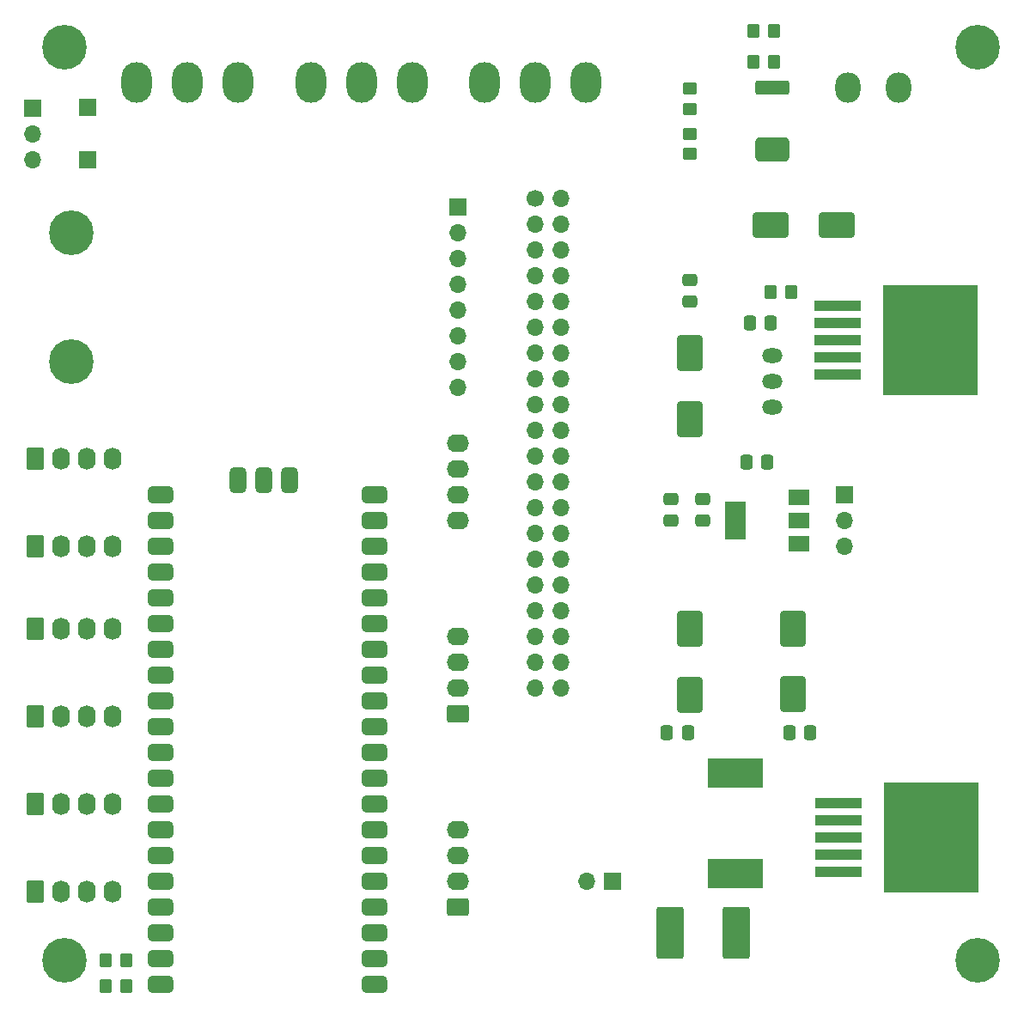
<source format=gbr>
%TF.GenerationSoftware,KiCad,Pcbnew,6.0.5*%
%TF.CreationDate,2022-06-27T11:22:29-03:00*%
%TF.ProjectId,trekking,7472656b-6b69-46e6-972e-6b696361645f,rev?*%
%TF.SameCoordinates,Original*%
%TF.FileFunction,Soldermask,Top*%
%TF.FilePolarity,Negative*%
%FSLAX46Y46*%
G04 Gerber Fmt 4.6, Leading zero omitted, Abs format (unit mm)*
G04 Created by KiCad (PCBNEW 6.0.5) date 2022-06-27 11:22:29*
%MOMM*%
%LPD*%
G01*
G04 APERTURE LIST*
G04 Aperture macros list*
%AMRoundRect*
0 Rectangle with rounded corners*
0 $1 Rounding radius*
0 $2 $3 $4 $5 $6 $7 $8 $9 X,Y pos of 4 corners*
0 Add a 4 corners polygon primitive as box body*
4,1,4,$2,$3,$4,$5,$6,$7,$8,$9,$2,$3,0*
0 Add four circle primitives for the rounded corners*
1,1,$1+$1,$2,$3*
1,1,$1+$1,$4,$5*
1,1,$1+$1,$6,$7*
1,1,$1+$1,$8,$9*
0 Add four rect primitives between the rounded corners*
20,1,$1+$1,$2,$3,$4,$5,0*
20,1,$1+$1,$4,$5,$6,$7,0*
20,1,$1+$1,$6,$7,$8,$9,0*
20,1,$1+$1,$8,$9,$2,$3,0*%
G04 Aperture macros list end*
%ADD10RoundRect,0.250000X-0.350000X-0.450000X0.350000X-0.450000X0.350000X0.450000X-0.350000X0.450000X0*%
%ADD11RoundRect,0.250000X0.350000X0.450000X-0.350000X0.450000X-0.350000X-0.450000X0.350000X-0.450000X0*%
%ADD12R,1.700000X1.700000*%
%ADD13RoundRect,0.250000X0.337500X0.475000X-0.337500X0.475000X-0.337500X-0.475000X0.337500X-0.475000X0*%
%ADD14RoundRect,0.250001X1.074999X2.324999X-1.074999X2.324999X-1.074999X-2.324999X1.074999X-2.324999X0*%
%ADD15O,1.700000X1.700000*%
%ADD16C,4.400000*%
%ADD17O,3.000000X4.000000*%
%ADD18RoundRect,0.250000X-0.620000X-0.845000X0.620000X-0.845000X0.620000X0.845000X-0.620000X0.845000X0*%
%ADD19O,1.740000X2.190000*%
%ADD20O,2.500000X3.000000*%
%ADD21RoundRect,0.250000X-0.337500X-0.475000X0.337500X-0.475000X0.337500X0.475000X-0.337500X0.475000X0*%
%ADD22RoundRect,0.250000X0.475000X-0.337500X0.475000X0.337500X-0.475000X0.337500X-0.475000X-0.337500X0*%
%ADD23R,2.000000X1.500000*%
%ADD24R,2.000000X3.800000*%
%ADD25RoundRect,0.250000X-1.000000X1.500000X-1.000000X-1.500000X1.000000X-1.500000X1.000000X1.500000X0*%
%ADD26RoundRect,0.249999X-1.425001X0.450001X-1.425001X-0.450001X1.425001X-0.450001X1.425001X0.450001X0*%
%ADD27RoundRect,0.428570X-1.246430X0.771430X-1.246430X-0.771430X1.246430X-0.771430X1.246430X0.771430X0*%
%ADD28R,5.400000X2.900000*%
%ADD29RoundRect,0.250000X-1.500000X-1.000000X1.500000X-1.000000X1.500000X1.000000X-1.500000X1.000000X0*%
%ADD30RoundRect,0.250000X0.845000X-0.620000X0.845000X0.620000X-0.845000X0.620000X-0.845000X-0.620000X0*%
%ADD31O,2.190000X1.740000*%
%ADD32RoundRect,0.412500X0.837500X0.412500X-0.837500X0.412500X-0.837500X-0.412500X0.837500X-0.412500X0*%
%ADD33RoundRect,0.412500X-0.412500X0.837500X-0.412500X-0.837500X0.412500X-0.837500X0.412500X0.837500X0*%
%ADD34O,2.000000X1.440000*%
%ADD35RoundRect,0.250000X1.000000X-1.500000X1.000000X1.500000X-1.000000X1.500000X-1.000000X-1.500000X0*%
%ADD36RoundRect,0.250000X-0.450000X0.350000X-0.450000X-0.350000X0.450000X-0.350000X0.450000X0.350000X0*%
%ADD37C,1.700000*%
%ADD38R,4.600000X1.100000*%
%ADD39R,9.400000X10.800000*%
G04 APERTURE END LIST*
D10*
%TO.C,R3*%
X49064000Y-150000000D03*
X51064000Y-150000000D03*
%TD*%
D11*
%TO.C,R2*%
X51080000Y-152540000D03*
X49080000Y-152540000D03*
%TD*%
D12*
%TO.C,*%
X47250000Y-71100000D03*
%TD*%
%TO.C,J\u002A\u002A*%
X47250000Y-66000000D03*
%TD*%
D13*
%TO.C,C2*%
X114621000Y-87200000D03*
X112546000Y-87200000D03*
%TD*%
D14*
%TO.C,D1*%
X111225000Y-147320000D03*
X104675000Y-147320000D03*
%TD*%
D12*
%TO.C,J2*%
X121920000Y-104140000D03*
D15*
X121920000Y-106680000D03*
X121920000Y-109220000D03*
%TD*%
D16*
%TO.C,REF\u002A\u002A*%
X45000000Y-60000000D03*
%TD*%
D17*
%TO.C,J7*%
X62150000Y-63500000D03*
X57150000Y-63500000D03*
X52150000Y-63500000D03*
%TD*%
D12*
%TO.C,J19*%
X99060000Y-142240000D03*
D15*
X96520000Y-142240000D03*
%TD*%
D17*
%TO.C,J5*%
X86440000Y-63500000D03*
X91440000Y-63500000D03*
X96440000Y-63500000D03*
%TD*%
D18*
%TO.C,J14*%
X42164000Y-134620000D03*
D19*
X44704000Y-134620000D03*
X47244000Y-134620000D03*
X49784000Y-134620000D03*
%TD*%
D10*
%TO.C,R5*%
X112905000Y-58420000D03*
X114905000Y-58420000D03*
%TD*%
D20*
%TO.C,J8*%
X122201500Y-64008000D03*
X127201500Y-64008000D03*
%TD*%
D10*
%TO.C,R1*%
X114637000Y-84152000D03*
X116637000Y-84152000D03*
%TD*%
D18*
%TO.C,J15*%
X42164000Y-117348000D03*
D19*
X44704000Y-117348000D03*
X47244000Y-117348000D03*
X49784000Y-117348000D03*
%TD*%
D21*
%TO.C,C3*%
X116437500Y-127635000D03*
X118512500Y-127635000D03*
%TD*%
D22*
%TO.C,C8*%
X106680000Y-85090000D03*
X106680000Y-83015000D03*
%TD*%
D23*
%TO.C,U2*%
X117425000Y-108980000D03*
X117425000Y-106680000D03*
D24*
X111125000Y-106680000D03*
D23*
X117425000Y-104380000D03*
%TD*%
D25*
%TO.C,C9*%
X106680000Y-90170000D03*
X106680000Y-96670000D03*
%TD*%
D17*
%TO.C,J6*%
X69295000Y-63500000D03*
X74295000Y-63500000D03*
X79295000Y-63500000D03*
%TD*%
D26*
%TO.C,R6*%
X114808000Y-64006000D03*
D27*
X114808000Y-70106000D03*
%TD*%
D22*
%TO.C,C6*%
X107925000Y-106680000D03*
X107925000Y-104605000D03*
%TD*%
D16*
%TO.C,REF\u002A\u002A*%
X45000000Y-150000000D03*
%TD*%
D11*
%TO.C,R4*%
X114937000Y-61468000D03*
X112937000Y-61468000D03*
%TD*%
D28*
%TO.C,L1*%
X111125000Y-141475000D03*
X111125000Y-131575000D03*
%TD*%
D16*
%TO.C,REF\u002A\u002A*%
X45720000Y-91040000D03*
%TD*%
%TO.C,REF\u002A\u002A*%
X135000000Y-150000000D03*
%TD*%
D29*
%TO.C,C4*%
X114621000Y-77548000D03*
X121121000Y-77548000D03*
%TD*%
D12*
%TO.C,J18*%
X83820000Y-75800000D03*
D15*
X83820000Y-78340000D03*
X83820000Y-80880000D03*
X83820000Y-83420000D03*
X83820000Y-85960000D03*
X83820000Y-88500000D03*
X83820000Y-91040000D03*
X83820000Y-93580000D03*
%TD*%
D16*
%TO.C,REF\u002A\u002A*%
X45720000Y-78340000D03*
%TD*%
D30*
%TO.C,J9*%
X83820000Y-144780000D03*
D31*
X83820000Y-142240000D03*
X83820000Y-139700000D03*
X83820000Y-137160000D03*
%TD*%
D32*
%TO.C,U1*%
X75565000Y-152400000D03*
X75565000Y-149860000D03*
X75565000Y-147320000D03*
X75565000Y-144780000D03*
X75565000Y-142240000D03*
X75565000Y-139700000D03*
X75565000Y-137160000D03*
X75565000Y-134620000D03*
X75565000Y-132080000D03*
X75565000Y-129540000D03*
X75565000Y-127000000D03*
X75565000Y-124460000D03*
X75565000Y-121920000D03*
X75565000Y-119380000D03*
X75565000Y-116840000D03*
X75565000Y-114300000D03*
X75565000Y-111760000D03*
X75565000Y-109220000D03*
X75565000Y-106680000D03*
X75565000Y-104140000D03*
X54483000Y-104140000D03*
X54483000Y-106680000D03*
X54483000Y-109220000D03*
X54483000Y-111760000D03*
X54483000Y-114300000D03*
X54483000Y-116840000D03*
X54483000Y-119380000D03*
X54483000Y-121920000D03*
X54483000Y-124460000D03*
X54483000Y-127000000D03*
X54483000Y-129540000D03*
X54483000Y-132080000D03*
X54483000Y-134620000D03*
X54483000Y-137160000D03*
X54483000Y-139700000D03*
X54483000Y-142240000D03*
X54483000Y-144780000D03*
X54483000Y-147320000D03*
X54483000Y-149860000D03*
X54483000Y-152400000D03*
D33*
X67183000Y-102743000D03*
X64643000Y-102743000D03*
X62103000Y-102743000D03*
%TD*%
D34*
%TO.C,RV1*%
X114808000Y-95504000D03*
X114808000Y-92964000D03*
X114808000Y-90424000D03*
%TD*%
D18*
%TO.C,J12*%
X42164000Y-125984000D03*
D19*
X44704000Y-125984000D03*
X47244000Y-125984000D03*
X49784000Y-125984000D03*
%TD*%
D13*
%TO.C,C1*%
X114300000Y-100965000D03*
X112225000Y-100965000D03*
%TD*%
D35*
%TO.C,C5*%
X116840000Y-123825000D03*
X116840000Y-117325000D03*
%TD*%
D18*
%TO.C,J16*%
X42164000Y-143256000D03*
D19*
X44704000Y-143256000D03*
X47244000Y-143256000D03*
X49784000Y-143256000D03*
%TD*%
D31*
%TO.C,J11*%
X83820000Y-106680000D03*
X83820000Y-104140000D03*
X83820000Y-101600000D03*
X83820000Y-99060000D03*
%TD*%
D16*
%TO.C,REF\u002A\u002A*%
X135000000Y-60000000D03*
%TD*%
D36*
%TO.C,R7*%
X106680000Y-64135000D03*
X106680000Y-66135000D03*
%TD*%
D30*
%TO.C,J10*%
X83820000Y-125730000D03*
D31*
X83820000Y-123190000D03*
X83820000Y-120650000D03*
X83820000Y-118110000D03*
%TD*%
D37*
%TO.C,J1*%
X91435000Y-74930000D03*
D15*
X93975000Y-74930000D03*
X91435000Y-77470000D03*
X93975000Y-77470000D03*
X91435000Y-80010000D03*
X93975000Y-80010000D03*
X91435000Y-82550000D03*
X93975000Y-82550000D03*
X91435000Y-85090000D03*
X93975000Y-85090000D03*
X91435000Y-87630000D03*
X93975000Y-87630000D03*
X91435000Y-90170000D03*
X93975000Y-90170000D03*
X91435000Y-92710000D03*
X93975000Y-92710000D03*
X91435000Y-95250000D03*
X93975000Y-95250000D03*
X91435000Y-97790000D03*
X93975000Y-97790000D03*
X91435000Y-100330000D03*
X93975000Y-100330000D03*
X91435000Y-102870000D03*
X93975000Y-102870000D03*
X91435000Y-105410000D03*
X93975000Y-105410000D03*
X91435000Y-107950000D03*
X93975000Y-107950000D03*
X91435000Y-110490000D03*
X93975000Y-110490000D03*
X91435000Y-113030000D03*
X93975000Y-113030000D03*
X91435000Y-115570000D03*
X93975000Y-115570000D03*
X91435000Y-118110000D03*
X93975000Y-118110000D03*
X91435000Y-120650000D03*
X93975000Y-120650000D03*
X91435000Y-123190000D03*
X93975000Y-123190000D03*
%TD*%
D18*
%TO.C,J17*%
X42164000Y-109220000D03*
D19*
X44704000Y-109220000D03*
X47244000Y-109220000D03*
X49784000Y-109220000D03*
%TD*%
D18*
%TO.C,J13*%
X42164000Y-100584000D03*
D19*
X44704000Y-100584000D03*
X47244000Y-100584000D03*
X49784000Y-100584000D03*
%TD*%
D36*
%TO.C,R8*%
X106680000Y-68580000D03*
X106680000Y-70580000D03*
%TD*%
D22*
%TO.C,C7*%
X104750000Y-106680000D03*
X104750000Y-104605000D03*
%TD*%
D38*
%TO.C,U4*%
X121291000Y-134541000D03*
X121291000Y-136241000D03*
D39*
X130441000Y-137941000D03*
D38*
X121291000Y-137941000D03*
X121291000Y-139641000D03*
X121291000Y-141341000D03*
%TD*%
%TO.C,U3*%
X121225000Y-85500000D03*
X121225000Y-87200000D03*
D39*
X130375000Y-88900000D03*
D38*
X121225000Y-88900000D03*
X121225000Y-90600000D03*
X121225000Y-92300000D03*
%TD*%
D12*
%TO.C,J4*%
X41910000Y-66040000D03*
D15*
X41910000Y-68580000D03*
X41910000Y-71120000D03*
%TD*%
D13*
%TO.C,C10*%
X106447500Y-127635000D03*
X104372500Y-127635000D03*
%TD*%
D35*
%TO.C,C11*%
X106680000Y-123900000D03*
X106680000Y-117400000D03*
%TD*%
M02*

</source>
